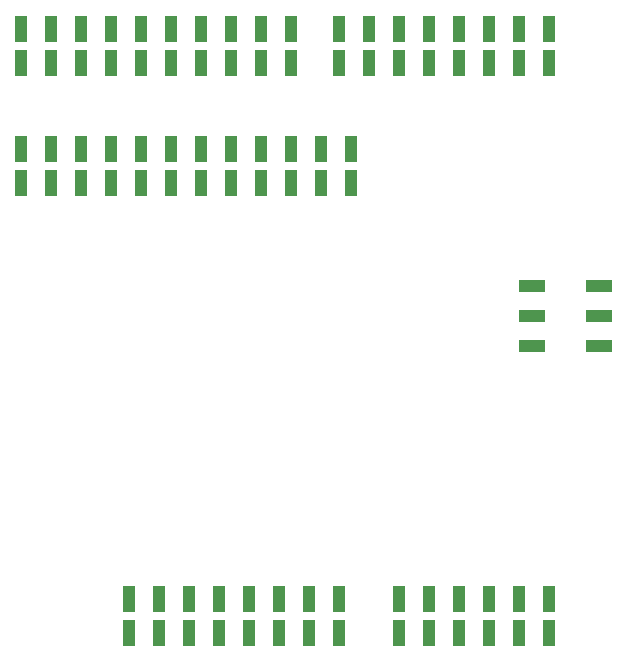
<source format=gbp>
G04*
G04 #@! TF.GenerationSoftware,Altium Limited,Altium Designer,22.6.1 (34)*
G04*
G04 Layer_Color=128*
%FSLAX24Y24*%
%MOIN*%
G70*
G04*
G04 #@! TF.SameCoordinates,96953D4B-66F2-4494-BDAD-B8F046598AF4*
G04*
G04*
G04 #@! TF.FilePolarity,Positive*
G04*
G01*
G75*
%ADD48R,0.0402X0.0862*%
%ADD119R,0.0874X0.0402*%
D48*
X4400Y21300D02*
D03*
Y20146D02*
D03*
X3400Y21300D02*
D03*
Y20146D02*
D03*
X12400D02*
D03*
Y21300D02*
D03*
X8400D02*
D03*
Y20146D02*
D03*
X7400Y21300D02*
D03*
Y20146D02*
D03*
X9400Y21300D02*
D03*
Y20146D02*
D03*
X10400Y21300D02*
D03*
Y20146D02*
D03*
X11400D02*
D03*
Y21300D02*
D03*
X5400Y20146D02*
D03*
Y21300D02*
D03*
X6400Y20146D02*
D03*
Y21300D02*
D03*
X21000Y20146D02*
D03*
Y21300D02*
D03*
X17000D02*
D03*
Y20146D02*
D03*
X16000Y21300D02*
D03*
Y20146D02*
D03*
X18000Y21300D02*
D03*
Y20146D02*
D03*
X19000Y21300D02*
D03*
Y20146D02*
D03*
X20000D02*
D03*
Y21300D02*
D03*
X14000Y20146D02*
D03*
Y21300D02*
D03*
X15000Y20146D02*
D03*
Y21300D02*
D03*
X16000Y2300D02*
D03*
Y1146D02*
D03*
X20000D02*
D03*
Y2300D02*
D03*
X21000Y1146D02*
D03*
Y2300D02*
D03*
X19000Y1146D02*
D03*
Y2300D02*
D03*
X18000Y1146D02*
D03*
Y2300D02*
D03*
X17000D02*
D03*
Y1146D02*
D03*
X7000Y2300D02*
D03*
Y1146D02*
D03*
X11000D02*
D03*
Y2300D02*
D03*
X12000Y1146D02*
D03*
Y2300D02*
D03*
X10000Y1146D02*
D03*
Y2300D02*
D03*
X9000Y1146D02*
D03*
Y2300D02*
D03*
X8000D02*
D03*
Y1146D02*
D03*
X14000Y2300D02*
D03*
Y1146D02*
D03*
X13000Y2300D02*
D03*
Y1146D02*
D03*
X14404Y16146D02*
D03*
Y17300D02*
D03*
X13404Y16146D02*
D03*
Y17300D02*
D03*
X9404Y16146D02*
D03*
Y17300D02*
D03*
X10404Y16146D02*
D03*
Y17300D02*
D03*
X4404Y16146D02*
D03*
Y17300D02*
D03*
X5404D02*
D03*
Y16146D02*
D03*
X6404Y17300D02*
D03*
Y16146D02*
D03*
X8404Y17300D02*
D03*
Y16146D02*
D03*
X7404Y17300D02*
D03*
Y16146D02*
D03*
X3404D02*
D03*
Y17300D02*
D03*
X12404D02*
D03*
Y16146D02*
D03*
X11404Y17300D02*
D03*
Y16146D02*
D03*
D119*
X22662Y12723D02*
D03*
Y11723D02*
D03*
X20438Y12723D02*
D03*
Y11723D02*
D03*
X22662Y10723D02*
D03*
X20438D02*
D03*
M02*

</source>
